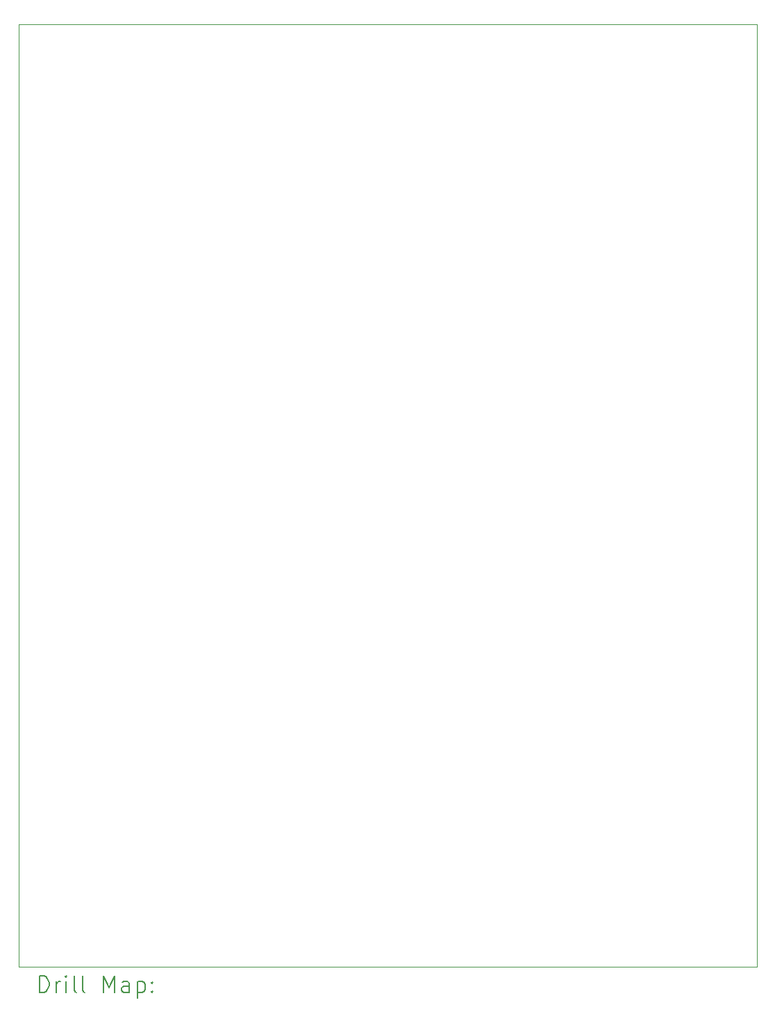
<source format=gbr>
%FSLAX45Y45*%
G04 Gerber Fmt 4.5, Leading zero omitted, Abs format (unit mm)*
G04 Created by KiCad (PCBNEW (6.0.4-0)) date 2022-06-01 22:21:27*
%MOMM*%
%LPD*%
G01*
G04 APERTURE LIST*
%TA.AperFunction,Profile*%
%ADD10C,0.025400*%
%TD*%
%ADD11C,0.200000*%
G04 APERTURE END LIST*
D10*
X13000000Y-17000000D02*
X13000000Y-5500000D01*
X13000000Y-5500000D02*
X4000000Y-5500000D01*
X4000000Y-17000000D02*
X13000000Y-17000000D01*
X4000000Y-5500000D02*
X4000000Y-17000000D01*
D11*
X4256349Y-17311746D02*
X4256349Y-17111746D01*
X4303968Y-17111746D01*
X4332540Y-17121270D01*
X4351587Y-17140318D01*
X4361111Y-17159365D01*
X4370635Y-17197460D01*
X4370635Y-17226032D01*
X4361111Y-17264127D01*
X4351587Y-17283175D01*
X4332540Y-17302222D01*
X4303968Y-17311746D01*
X4256349Y-17311746D01*
X4456349Y-17311746D02*
X4456349Y-17178413D01*
X4456349Y-17216508D02*
X4465873Y-17197460D01*
X4475397Y-17187937D01*
X4494444Y-17178413D01*
X4513492Y-17178413D01*
X4580159Y-17311746D02*
X4580159Y-17178413D01*
X4580159Y-17111746D02*
X4570635Y-17121270D01*
X4580159Y-17130794D01*
X4589682Y-17121270D01*
X4580159Y-17111746D01*
X4580159Y-17130794D01*
X4703968Y-17311746D02*
X4684920Y-17302222D01*
X4675397Y-17283175D01*
X4675397Y-17111746D01*
X4808730Y-17311746D02*
X4789682Y-17302222D01*
X4780159Y-17283175D01*
X4780159Y-17111746D01*
X5037301Y-17311746D02*
X5037301Y-17111746D01*
X5103968Y-17254603D01*
X5170635Y-17111746D01*
X5170635Y-17311746D01*
X5351587Y-17311746D02*
X5351587Y-17206984D01*
X5342063Y-17187937D01*
X5323016Y-17178413D01*
X5284920Y-17178413D01*
X5265873Y-17187937D01*
X5351587Y-17302222D02*
X5332540Y-17311746D01*
X5284920Y-17311746D01*
X5265873Y-17302222D01*
X5256349Y-17283175D01*
X5256349Y-17264127D01*
X5265873Y-17245080D01*
X5284920Y-17235556D01*
X5332540Y-17235556D01*
X5351587Y-17226032D01*
X5446825Y-17178413D02*
X5446825Y-17378413D01*
X5446825Y-17187937D02*
X5465873Y-17178413D01*
X5503968Y-17178413D01*
X5523016Y-17187937D01*
X5532540Y-17197460D01*
X5542063Y-17216508D01*
X5542063Y-17273651D01*
X5532540Y-17292699D01*
X5523016Y-17302222D01*
X5503968Y-17311746D01*
X5465873Y-17311746D01*
X5446825Y-17302222D01*
X5627778Y-17292699D02*
X5637301Y-17302222D01*
X5627778Y-17311746D01*
X5618254Y-17302222D01*
X5627778Y-17292699D01*
X5627778Y-17311746D01*
X5627778Y-17187937D02*
X5637301Y-17197460D01*
X5627778Y-17206984D01*
X5618254Y-17197460D01*
X5627778Y-17187937D01*
X5627778Y-17206984D01*
M02*

</source>
